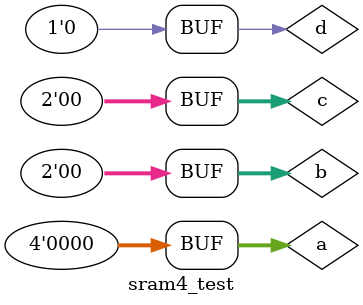
<source format=v>
module sram4_test; 
reg[3:0]a; 
reg d; 
reg [1:0]b,c; 
wire [3:0]o; 
sram4 insta(a,b,c,d,o);
initial begin 
a=4'b0000; 
b=2'b00; 
c=2'b00; 
d=1'b0;
repeat(256) 
begin 
#10 b=b+2'b01; 
#15 c=c+2'b01; 
#20 a=a+4'b0001; 
#25 d=~d; 
end 
end
endmodule 
</source>
